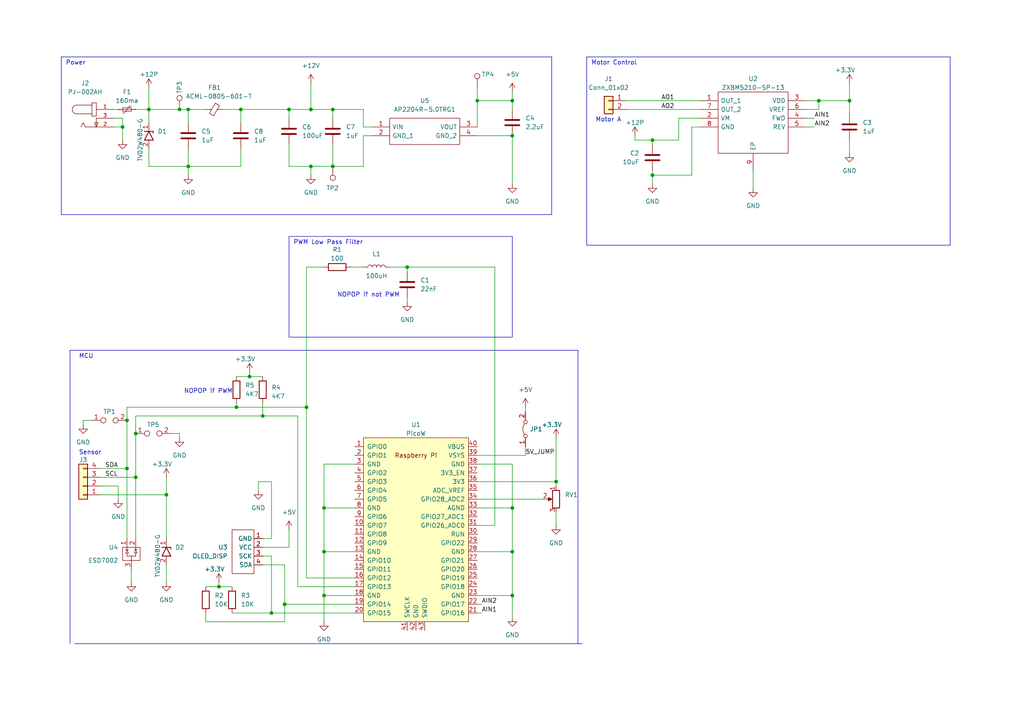
<source format=kicad_sch>
(kicad_sch (version 20230121) (generator eeschema)
  (paper "A4")
  (lib_symbols
    (symbol "Connector:TestPoint" (pin_numbers hide) (pin_names (offset 0.762) hide)
      (property "Reference" "TP" (at 0 6.858 0))
      (property "Value" "TestPoint" (at 0 5.08 0))
      (symbol "TestPoint_0_1"
        (circle (center 0 3.302) (radius 0.762))
      )
      (symbol "TestPoint_1_1"
        (pin passive line (at 0 0 90) (length 2.54) (name "1") (number "1"))
      )
    )
    (symbol "Connector:TestPoint_2Pole" (pin_names (offset 0.762) hide)
      (property "Reference" "TP" (at 0 1.524 0))
      (property "Value" "TestPoint_2Pole" (at 0 -1.778 0))
      (symbol "TestPoint_2Pole_0_1"
        (circle (center -1.778 0) (radius 0.762))
        (circle (center 1.778 0) (radius 0.762))
        (pin passive line (at -5.08 0 0) (length 2.54) (name "1") (number "1"))
        (pin passive line (at 5.08 0 180) (length 2.54) (name "2") (number "2"))
      )
    )
    (symbol "Connector_Generic:Conn_01x02" (pin_names (offset 1.016) hide)
      (property "Reference" "J" (at 0 2.54 0))
      (property "Value" "Conn_01x02" (at 0 -5.08 0))
      (symbol "Conn_01x02_1_1"
        (rectangle (start -1.27 -2.413) (end 0 -2.667) (stroke (width 0.1524)))
        (rectangle (start -1.27 0.127) (end 0 -0.127) (stroke (width 0.1524)))
        (rectangle (start -1.27 1.27) (end 1.27 -3.81) (stroke (width 0.254)) (fill (type background)))
        (pin passive line (at -5.08 0 0) (length 3.81) (name "Pin_1") (number "1"))
        (pin passive line (at -5.08 -2.54 0) (length 3.81) (name "Pin_2") (number "2"))
      )
    )
    (symbol "Connector_Generic:Conn_01x04" (pin_names (offset 1.016) hide)
      (property "Reference" "J" (at 0 5.08 0))
      (property "Value" "Conn_01x04" (at 0 -7.62 0))
      (symbol "Conn_01x04_1_1"
        (rectangle (start -1.27 -4.953) (end 0 -5.207) (stroke (width 0.1524)))
        (rectangle (start -1.27 -2.413) (end 0 -2.667) (stroke (width 0.1524)))
        (rectangle (start -1.27 0.127) (end 0 -0.127) (stroke (width 0.1524)))
        (rectangle (start -1.27 2.667) (end 0 2.413) (stroke (width 0.1524)))
        (rectangle (start -1.27 3.81) (end 1.27 -6.35) (stroke (width 0.254)) (fill (type background)))
        (pin passive line (at -5.08 2.54 0) (length 3.81) (name "Pin_1") (number "1"))
        (pin passive line (at -5.08 0 0) (length 3.81) (name "Pin_2") (number "2"))
        (pin passive line (at -5.08 -2.54 0) (length 3.81) (name "Pin_3") (number "3"))
        (pin passive line (at -5.08 -5.08 0) (length 3.81) (name "Pin_4") (number "4"))
      )
    )
    (symbol "Device:C" (pin_numbers hide) (pin_names (offset 0.254))
      (property "Reference" "C" (at 0.635 2.54 0))
      (property "Value" "C" (at 0.635 -2.54 0))
      (symbol "C_0_1"
        (polyline (pts (xy -2.032 -0.762) (xy 2.032 -0.762)) (stroke (width 0.508)))
        (polyline (pts (xy -2.032 0.762) (xy 2.032 0.762)) (stroke (width 0.508)))
      )
      (symbol "C_1_1"
        (pin passive line (at 0 3.81 270) (length 2.794) (name "~") (number "1"))
        (pin passive line (at 0 -3.81 90) (length 2.794) (name "~") (number "2"))
      )
    )
    (symbol "Device:FerriteBead_Small" (pin_numbers hide) (pin_names (offset 0))
      (property "Reference" "FB" (at 1.905 1.27 0))
      (property "Value" "FerriteBead_Small" (at 1.905 -1.27 0))
      (symbol "FerriteBead_Small_0_1"
        (polyline (pts (xy 0 -1.27) (xy 0 -0.7874)))
        (polyline (pts (xy 0 0.889) (xy 0 1.2954)))
        (polyline (pts (xy -1.8288 0.2794) (xy -1.1176 1.4986) (xy 1.8288 -0.2032) (xy 1.1176 -1.4224) (xy -1.8288 0.2794)))
      )
      (symbol "FerriteBead_Small_1_1"
        (pin passive line (at 0 2.54 270) (length 1.27) (name "~") (number "1"))
        (pin passive line (at 0 -2.54 90) (length 1.27) (name "~") (number "2"))
      )
    )
    (symbol "Device:L" (pin_numbers hide) (pin_names (offset 1.016) hide)
      (property "Reference" "L" (at -1.27 0 90))
      (property "Value" "L" (at 1.905 0 90))
      (symbol "L_0_1"
        (arc (start 0 -2.54) (mid 0.6323 -1.905) (end 0 -1.27))
        (arc (start 0 -1.27) (mid 0.6323 -0.635) (end 0 0))
        (arc (start 0 0) (mid 0.6323 0.635) (end 0 1.27))
        (arc (start 0 1.27) (mid 0.6323 1.905) (end 0 2.54))
      )
      (symbol "L_1_1"
        (pin passive line (at 0 3.81 270) (length 1.27) (name "1") (number "1"))
        (pin passive line (at 0 -3.81 90) (length 1.27) (name "2") (number "2"))
      )
    )
    (symbol "Device:Polyfuse_Small" (pin_numbers hide) (pin_names (offset 0))
      (property "Reference" "F" (at -1.905 0 90))
      (property "Value" "Polyfuse_Small" (at 1.905 0 90))
      (symbol "Polyfuse_Small_0_1"
        (rectangle (start -0.508 1.27) (end 0.508 -1.27))
        (polyline (pts (xy 0 2.54) (xy 0 -2.54)))
        (polyline (pts (xy -1.016 1.27) (xy -1.016 0.762) (xy 1.016 -0.762) (xy 1.016 -1.27)))
      )
      (symbol "Polyfuse_Small_1_1"
        (pin passive line (at 0 2.54 270) (length 0.635) (name "~") (number "1"))
        (pin passive line (at 0 -2.54 90) (length 0.635) (name "~") (number "2"))
      )
    )
    (symbol "Device:R" (pin_numbers hide) (pin_names (offset 0))
      (property "Reference" "R" (at 2.032 0 90))
      (property "Value" "R" (at 0 0 90))
      (symbol "R_0_1"
        (rectangle (start -1.016 -2.54) (end 1.016 2.54) (stroke (width 0.254)))
      )
      (symbol "R_1_1"
        (pin passive line (at 0 3.81 270) (length 1.27) (name "~") (number "1"))
        (pin passive line (at 0 -3.81 90) (length 1.27) (name "~") (number "2"))
      )
    )
    (symbol "Device:R_Potentiometer" (pin_names (offset 1.016) hide)
      (property "Reference" "RV" (at -4.445 0 90))
      (property "Value" "R_Potentiometer" (at -2.54 0 90))
      (symbol "R_Potentiometer_0_1"
        (polyline (pts (xy 2.54 0) (xy 1.524 0)))
        (polyline (pts (xy 1.143 0) (xy 2.286 0.508) (xy 2.286 -0.508) (xy 1.143 0)) (fill (type outline)))
        (rectangle (start 1.016 2.54) (end -1.016 -2.54) (stroke (width 0.254)))
      )
      (symbol "R_Potentiometer_1_1"
        (pin passive line (at 0 3.81 270) (length 1.27) (name "1") (number "1"))
        (pin passive line (at 3.81 0 180) (length 1.27) (name "2") (number "2"))
        (pin passive line (at 0 -3.81 90) (length 1.27) (name "3") (number "3"))
      )
    )
    (symbol "Jumper:Jumper_2_Bridged" (pin_names (offset 0) hide)
      (property "Reference" "JP" (at 0 1.905 0))
      (property "Value" "Jumper_2_Bridged" (at 0 -2.54 0))
      (symbol "Jumper_2_Bridged_0_0"
        (circle (center -2.032 0) (radius 0.508))
        (circle (center 2.032 0) (radius 0.508))
      )
      (symbol "Jumper_2_Bridged_0_1"
        (arc (start 1.524 0.254) (mid 0 0.762) (end -1.524 0.254))
      )
      (symbol "Jumper_2_Bridged_1_1"
        (pin passive line (at -5.08 0 0) (length 2.54) (name "A") (number "1"))
        (pin passive line (at 5.08 0 180) (length 2.54) (name "B") (number "2"))
      )
    )
    (symbol "MySymbols:AP2204R-5.0TRG1" (pin_names (offset 0.762))
      (property "Reference" "U" (at 26.67 7.62 0))
      (property "Value" "AP2204R-5.0TRG1" (at 26.67 5.08 0))
      (symbol "AP2204R-5.0TRG1_0_0"
        (pin passive line (at 0 0 0) (length 5.08) (name "VIN") (number "1"))
        (pin passive line (at 0 -2.54 0) (length 5.08) (name "GND_1") (number "2"))
        (pin passive line (at 30.48 0 180) (length 5.08) (name "VOUT") (number "3"))
        (pin passive line (at 30.48 -2.54 180) (length 5.08) (name "GND_2") (number "4"))
      )
      (symbol "AP2204R-5.0TRG1_0_1"
        (polyline (pts (xy 5.08 2.54) (xy 25.4 2.54) (xy 25.4 -5.08) (xy 5.08 -5.08) (xy 5.08 2.54)) (stroke (width 0.1524)))
      )
    )
    (symbol "MySymbols:ESD7002"
      (property "Reference" "U" (at 1.8146 0.9549 0))
      (property "Value" "ESD7002" (at 2.54 -6.35 0))
      (symbol "ESD7002_0_1"
        (polyline (pts (xy 0 -3.81) (xy 0.6155 -3.8101)))
        (polyline (pts (xy 0.0892 -1.2838) (xy 0.7047 -1.2839)))
        (polyline (pts (xy 0.6155 -3.8101) (xy 0.6155 -4.1869)))
        (polyline (pts (xy 0.7047 -1.2839) (xy 0.7047 -1.6607)))
        (polyline (pts (xy 2.54 -3.81) (xy 1.6244 -3.81)))
        (polyline (pts (xy 2.54 -2.54) (xy 2.54 -3.81)))
        (polyline (pts (xy 0.6155 -3.8101) (xy 1.6049 -3.4374) (xy 1.6067 -4.1871) (xy 0.6155 -3.8101) (xy 0.6168 -3.3411)))
        (polyline (pts (xy 0.7047 -1.2839) (xy 1.6941 -0.9112) (xy 1.6959 -1.6609) (xy 0.7047 -1.2839) (xy 0.706 -0.8149)))
        (polyline (pts (xy 3.81 -2.54) (xy 2.54 -2.54) (xy 2.54 -1.27) (xy 1.6998 -1.2699) (xy 1.7221 -1.2672)))
        (rectangle (start 0 0) (end 3.81 -5.08))
      )
      (symbol "ESD7002_1_1"
        (pin passive line (at -2.54 -1.27 0) (length 2.54) (name "") (number "1"))
        (pin passive line (at -2.54 -3.81 0) (length 2.54) (name "") (number "2"))
        (pin passive line (at 6.35 -2.54 180) (length 2.54) (name "") (number "3"))
      )
    )
    (symbol "MySymbols:OLED_DISP"
      (property "Reference" "U" (at 5.08 11.43 0))
      (property "Value" "OLED_DISP" (at 5.08 -3.81 0))
      (symbol "OLED_DISP_0_1"
        (rectangle (start 2.54 10.16) (end 8.89 -2.54))
      )
      (symbol "OLED_DISP_1_1"
        (pin power_in line (at 0 7.62 0) (length 2.54) (name "GND") (number "1"))
        (pin power_in line (at 0 5.08 0) (length 2.54) (name "VCC") (number "2"))
        (pin input line (at 0 2.54 0) (length 2.54) (name "SCK") (number "3"))
        (pin bidirectional line (at 0 0 0) (length 2.54) (name "SDA") (number "4"))
      )
    )
    (symbol "MySymbols:PJ-002AH" (pin_names (offset 1.016) hide)
      (property "Reference" "J" (at -7.62 5.08 0))
      (property "Value" "PJ-002AH" (at -7.62 -5.08 0))
      (symbol "PJ-002AH_0_0"
        (arc (start -5.715 3.81) (mid -6.9795 2.54) (end -5.715 1.27) (stroke (width 0.1524)))
        (polyline (pts (xy -5.715 3.81) (xy -1.27 3.81)) (stroke (width 0.1524)))
        (polyline (pts (xy -3.81 -1.27) (xy -4.445 -2.54)) (stroke (width 0.1524)))
        (polyline (pts (xy -3.175 -2.54) (xy -3.81 -1.27)) (stroke (width 0.1524)))
        (polyline (pts (xy -1.27 0.635) (xy 0 0.635)) (stroke (width 0.1524)))
        (polyline (pts (xy -1.27 1.27) (xy -5.715 1.27)) (stroke (width 0.1524)))
        (polyline (pts (xy -1.27 1.27) (xy -1.27 0.635)) (stroke (width 0.1524)))
        (polyline (pts (xy -1.27 3.81) (xy -1.27 1.27)) (stroke (width 0.1524)))
        (polyline (pts (xy -1.27 4.445) (xy -1.27 3.81)) (stroke (width 0.1524)))
        (polyline (pts (xy 0 -2.54) (xy -3.175 -2.54)) (stroke (width 0.1524)))
        (polyline (pts (xy 0 0) (xy 0 -2.54)) (stroke (width 0.1524)))
        (polyline (pts (xy 0 0.635) (xy 0 4.445)) (stroke (width 0.1524)))
        (polyline (pts (xy 0 4.445) (xy -1.27 4.445)) (stroke (width 0.1524)))
        (polyline (pts (xy 0 -2.54) (xy -0.508 -1.27) (xy 0.508 -1.27) (xy 0 -2.54)) (stroke (width 0.1524)) (fill (type background)))
        (pin passive line (at 5.08 2.54 180) (length 5.08) (name "~") (number "1"))
        (pin passive line (at 5.08 -2.54 180) (length 5.08) (name "~") (number "2"))
        (pin passive line (at 5.08 0 180) (length 5.08) (name "~") (number "3"))
      )
    )
    (symbol "MySymbols:TV02W480-G"
      (property "Reference" "D" (at 3.81 2.54 0))
      (property "Value" "TV02W480-G" (at 2.54 -2.54 0))
      (symbol "TV02W480-G_0_1"
        (polyline (pts (xy 3.048 1.27) (xy 2.54 1.27) (xy 2.54 -1.27)) (stroke (width 0.254)))
        (polyline (pts (xy 5.08 1.27) (xy 5.08 -1.27) (xy 2.54 0) (xy 5.08 1.27)) (stroke (width 0.254)))
      )
      (symbol "TV02W480-G_1_1"
        (pin passive line (at 0 0 0) (length 2.54) (name "") (number "1"))
        (pin passive line (at 7.62 0 180) (length 2.54) (name "") (number "2"))
      )
    )
    (symbol "MySymbols:ZXBM5210-SP-13" (pin_names (offset 0.762))
      (property "Reference" "U" (at 26.67 7.62 0))
      (property "Value" "ZXBM5210-SP-13" (at 26.67 5.08 0))
      (symbol "ZXBM5210-SP-13_0_0"
        (pin passive line (at 0 0 0) (length 5.08) (name "OUT_1") (number "1"))
        (pin passive line (at 0 -5.08 0) (length 5.08) (name "VM") (number "2"))
        (pin passive line (at 30.48 0 180) (length 5.08) (name "VDD") (number "3"))
        (pin passive line (at 30.48 -5.08 180) (length 5.08) (name "FWD") (number "4"))
        (pin passive line (at 30.48 -7.62 180) (length 5.08) (name "REV") (number "5"))
        (pin passive line (at 30.48 -2.54 180) (length 5.08) (name "VREF") (number "6"))
        (pin passive line (at 0 -2.54 0) (length 5.08) (name "OUT_2") (number "7"))
        (pin passive line (at 0 -7.62 0) (length 5.08) (name "GND") (number "8"))
        (pin passive line (at 15.24 -20.32 90) (length 5.08) (name "EP") (number "9"))
      )
      (symbol "ZXBM5210-SP-13_0_1"
        (polyline (pts (xy 5.08 2.54) (xy 25.4 2.54) (xy 25.4 -15.24) (xy 5.08 -15.24) (xy 5.08 2.54)) (stroke (width 0.1524)))
      )
    )
    (symbol "RPi_Pico:PicoW" (pin_names (offset 1.016))
      (property "Reference" "U" (at -13.97 27.94 0))
      (property "Value" "PicoW" (at 0 19.05 0))
      (symbol "PicoW_0_0"
        (text "Raspberry Pi" (at 0 21.59 0) (effects (font (size 1.27 1.27))))
      )
      (symbol "PicoW_0_1"
        (rectangle (start -15.24 26.67) (end 15.24 -26.67) (fill (type background)))
      )
      (symbol "PicoW_1_1"
        (pin bidirectional line (at -17.78 24.13 0) (length 2.54) (name "GPIO0") (number "1"))
        (pin bidirectional line (at -17.78 1.27 0) (length 2.54) (name "GPIO7") (number "10"))
        (pin bidirectional line (at -17.78 -1.27 0) (length 2.54) (name "GPIO8") (number "11"))
        (pin bidirectional line (at -17.78 -3.81 0) (length 2.54) (name "GPIO9") (number "12"))
        (pin power_in line (at -17.78 -6.35 0) (length 2.54) (name "GND") (number "13"))
        (pin bidirectional line (at -17.78 -8.89 0) (length 2.54) (name "GPIO10") (number "14"))
        (pin bidirectional line (at -17.78 -11.43 0) (length 2.54) (name "GPIO11") (number "15"))
        (pin bidirectional line (at -17.78 -13.97 0) (length 2.54) (name "GPIO12") (number "16"))
        (pin bidirectional line (at -17.78 -16.51 0) (length 2.54) (name "GPIO13") (number "17"))
        (pin power_in line (at -17.78 -19.05 0) (length 2.54) (name "GND") (number "18"))
        (pin bidirectional line (at -17.78 -21.59 0) (length 2.54) (name "GPIO14") (number "19"))
        (pin bidirectional line (at -17.78 21.59 0) (length 2.54) (name "GPIO1") (number "2"))
        (pin bidirectional line (at -17.78 -24.13 0) (length 2.54) (name "GPIO15") (number "20"))
        (pin bidirectional line (at 17.78 -24.13 180) (length 2.54) (name "GPIO16") (number "21"))
        (pin bidirectional line (at 17.78 -21.59 180) (length 2.54) (name "GPIO17") (number "22"))
        (pin power_in line (at 17.78 -19.05 180) (length 2.54) (name "GND") (number "23"))
        (pin bidirectional line (at 17.78 -16.51 180) (length 2.54) (name "GPIO18") (number "24"))
        (pin bidirectional line (at 17.78 -13.97 180) (length 2.54) (name "GPIO19") (number "25"))
        (pin bidirectional line (at 17.78 -11.43 180) (length 2.54) (name "GPIO20") (number "26"))
        (pin bidirectional line (at 17.78 -8.89 180) (length 2.54) (name "GPIO21") (number "27"))
        (pin power_in line (at 17.78 -6.35 180) (length 2.54) (name "GND") (number "28"))
        (pin bidirectional line (at 17.78 -3.81 180) (length 2.54) (name "GPIO22") (number "29"))
        (pin power_in line (at -17.78 19.05 0) (length 2.54) (name "GND") (number "3"))
        (pin input line (at 17.78 -1.27 180) (length 2.54) (name "RUN") (number "30"))
        (pin bidirectional line (at 17.78 1.27 180) (length 2.54) (name "GPIO26_ADC0") (number "31"))
        (pin bidirectional line (at 17.78 3.81 180) (length 2.54) (name "GPIO27_ADC1") (number "32"))
        (pin power_in line (at 17.78 6.35 180) (length 2.54) (name "AGND") (number "33"))
        (pin bidirectional line (at 17.78 8.89 180) (length 2.54) (name "GPIO28_ADC2") (number "34"))
        (pin unspecified line (at 17.78 11.43 180) (length 2.54) (name "ADC_VREF") (number "35"))
        (pin unspecified line (at 17.78 13.97 180) (length 2.54) (name "3V3") (number "36"))
        (pin input line (at 17.78 16.51 180) (length 2.54) (name "3V3_EN") (number "37"))
        (pin bidirectional line (at 17.78 19.05 180) (length 2.54) (name "GND") (number "38"))
        (pin unspecified line (at 17.78 21.59 180) (length 2.54) (name "VSYS") (number "39"))
        (pin bidirectional line (at -17.78 16.51 0) (length 2.54) (name "GPIO2") (number "4"))
        (pin unspecified line (at 17.78 24.13 180) (length 2.54) (name "VBUS") (number "40"))
        (pin input line (at -2.54 -29.21 90) (length 2.54) (name "SWCLK") (number "41"))
        (pin power_in line (at 0 -29.21 90) (length 2.54) (name "GND") (number "42"))
        (pin bidirectional line (at 2.54 -29.21 90) (length 2.54) (name "SWDIO") (number "43"))
        (pin bidirectional line (at -17.78 13.97 0) (length 2.54) (name "GPIO3") (number "5"))
        (pin bidirectional line (at -17.78 11.43 0) (length 2.54) (name "GPIO4") (number "6"))
        (pin bidirectional line (at -17.78 8.89 0) (length 2.54) (name "GPIO5") (number "7"))
        (pin power_in line (at -17.78 6.35 0) (length 2.54) (name "GND") (number "8"))
        (pin bidirectional line (at -17.78 3.81 0) (length 2.54) (name "GPIO6") (number "9"))
      )
    )
    (symbol "power:+12P" (power) (pin_names (offset 0))
      (property "Value" "+12P" (at 0 3.556 0))
      (symbol "+12P_0_1"
        (polyline (pts (xy -0.762 1.27) (xy 0 2.54)))
        (polyline (pts (xy 0 0) (xy 0 2.54)))
        (polyline (pts (xy 0 2.54) (xy 0.762 1.27)))
      )
      (symbol "+12P_1_1"
        (pin power_in line (at 0 0 90) (length 0) hide (name "+12P") (number "1"))
      )
    )
    (symbol "power:+12V" (power) (pin_names (offset 0))
      (property "Value" "+12V" (at 0 3.556 0))
      (symbol "+12V_0_1"
        (polyline (pts (xy -0.762 1.27) (xy 0 2.54)))
        (polyline (pts (xy 0 0) (xy 0 2.54)))
        (polyline (pts (xy 0 2.54) (xy 0.762 1.27)))
      )
      (symbol "+12V_1_1"
        (pin power_in line (at 0 0 90) (length 0) hide (name "+12V") (number "1"))
      )
    )
    (symbol "power:+3.3V" (power) (pin_names (offset 0))
      (property "Value" "+3.3V" (at 0 3.556 0))
      (symbol "+3.3V_0_1"
        (polyline (pts (xy -0.762 1.27) (xy 0 2.54)))
        (polyline (pts (xy 0 0) (xy 0 2.54)))
        (polyline (pts (xy 0 2.54) (xy 0.762 1.27)))
      )
      (symbol "+3.3V_1_1"
        (pin power_in line (at 0 0 90) (length 0) hide (name "+3.3V") (number "1"))
      )
    )
    (symbol "power:+5V" (power) (pin_names (offset 0))
      (property "Value" "+5V" (at 0 3.556 0))
      (symbol "+5V_0_1"
        (polyline (pts (xy -0.762 1.27) (xy 0 2.54)))
        (polyline (pts (xy 0 0) (xy 0 2.54)))
        (polyline (pts (xy 0 2.54) (xy 0.762 1.27)))
      )
      (symbol "+5V_1_1"
        (pin power_in line (at 0 0 90) (length 0) hide (name "+5V") (number "1"))
      )
    )
    (symbol "power:GND" (power) (pin_names (offset 0))
      (property "Value" "GND" (at 0 -3.81 0))
      (symbol "GND_0_1"
        (polyline (pts (xy 0 0) (xy 0 -1.27) (xy 1.27 -1.27) (xy 0 -2.54) (xy -1.27 -1.27) (xy 0 -1.27)))
      )
      (symbol "GND_1_1"
        (pin power_in line (at 0 0 270) (length 0) hide (name "GND") (number "1"))
      )
    )
  )
  (junction (at 96.52 48.26))
  (junction (at 118.11 77.47))
  (junction (at 39.37 138.43))
  (junction (at 82.55 175.26))
  (junction (at 76.2 120.65))
  (junction (at 83.82 31.75))
  (junction (at 63.5 170.18))
  (junction (at 68.58 118.11))
  (junction (at 72.39 109.22))
  (junction (at 78.74 177.8))
  (junction (at 96.52 31.75))
  (junction (at 161.29 139.7))
  (junction (at 148.59 29.21))
  (junction (at 93.98 172.72))
  (junction (at 52.07 31.75))
  (junction (at 148.59 160.02))
  (junction (at 48.26 143.51))
  (junction (at 54.61 31.75))
  (junction (at 39.37 125.73))
  (junction (at 148.59 172.72))
  (junction (at 54.61 48.26))
  (junction (at 138.43 29.21))
  (junction (at 148.59 147.32))
  (junction (at 88.9 118.11))
  (junction (at 93.98 147.32))
  (junction (at 189.23 50.8))
  (junction (at 36.83 121.92))
  (junction (at 35.56 36.83))
  (junction (at 36.83 135.89))
  (junction (at 189.23 40.64))
  (junction (at 90.17 31.75))
  (junction (at 93.98 160.02))
  (junction (at 246.38 29.21))
  (junction (at 69.85 31.75))
  (junction (at 43.18 31.75))
  (junction (at 148.59 39.37))
  (junction (at 90.17 48.26))
  (junction (at 237.49 29.21))
  (wire (pts (xy 102.87 147.32) (xy 93.98 147.32)))
  (wire (pts (xy 69.85 31.75) (xy 69.85 35.56)))
  (wire (pts (xy 107.95 39.37) (xy 105.41 39.37)))
  (wire (pts (xy 76.2 163.83) (xy 82.55 163.83)))
  (wire (pts (xy 96.52 48.26) (xy 105.41 48.26)))
  (polyline (pts (xy 160.02 62.23) (xy 17.78 62.23)))
  (wire (pts (xy 105.41 36.83) (xy 107.95 36.83)))
  (wire (pts (xy 68.58 116.84) (xy 68.58 118.11)))
  (wire (pts (xy 200.66 50.8) (xy 189.23 50.8)))
  (wire (pts (xy 237.49 31.75) (xy 237.49 29.21)))
  (wire (pts (xy 152.4 118.11) (xy 152.4 119.38)))
  (wire (pts (xy 148.59 160.02) (xy 148.59 172.72)))
  (wire (pts (xy 139.7 177.8) (xy 138.43 177.8)))
  (polyline (pts (xy 20.32 101.6) (xy 167.64 101.6)))
  (wire (pts (xy 161.29 148.59) (xy 161.29 152.4)))
  (wire (pts (xy 82.55 180.34) (xy 82.55 175.26)))
  (wire (pts (xy 83.82 158.75) (xy 83.82 153.67)))
  (wire (pts (xy 105.41 39.37) (xy 105.41 48.26)))
  (wire (pts (xy 29.21 138.43) (xy 39.37 138.43)))
  (wire (pts (xy 90.17 31.75) (xy 96.52 31.75)))
  (wire (pts (xy 189.23 50.8) (xy 189.23 53.34)))
  (wire (pts (xy 152.4 129.54) (xy 152.4 132.08)))
  (wire (pts (xy 237.49 29.21) (xy 246.38 29.21)))
  (wire (pts (xy 148.59 29.21) (xy 148.59 31.75)))
  (wire (pts (xy 76.2 158.75) (xy 83.82 158.75)))
  (wire (pts (xy 138.43 25.4) (xy 138.43 29.21)))
  (wire (pts (xy 88.9 77.47) (xy 88.9 118.11)))
  (wire (pts (xy 54.61 43.18) (xy 54.61 48.26)))
  (wire (pts (xy 49.53 125.73) (xy 52.07 125.73)))
  (wire (pts (xy 96.52 31.75) (xy 105.41 31.75)))
  (wire (pts (xy 184.15 40.64) (xy 184.15 39.37)))
  (wire (pts (xy 34.29 140.97) (xy 34.29 144.78)))
  (wire (pts (xy 43.18 43.18) (xy 43.18 48.26)))
  (wire (pts (xy 233.68 29.21) (xy 237.49 29.21)))
  (wire (pts (xy 63.5 170.18) (xy 63.5 168.91)))
  (wire (pts (xy 39.37 156.21) (xy 39.37 138.43)))
  (wire (pts (xy 90.17 48.26) (xy 90.17 50.8)))
  (wire (pts (xy 148.59 172.72) (xy 148.59 179.07)))
  (wire (pts (xy 38.1 165.1) (xy 38.1 168.91)))
  (wire (pts (xy 93.98 160.02) (xy 93.98 172.72)))
  (polyline (pts (xy 21.59 186.69) (xy 168.91 186.69)))
  (wire (pts (xy 83.82 41.91) (xy 83.82 48.26)))
  (wire (pts (xy 148.59 26.67) (xy 148.59 29.21)))
  (wire (pts (xy 189.23 40.64) (xy 196.85 40.64)))
  (wire (pts (xy 59.69 170.18) (xy 63.5 170.18)))
  (wire (pts (xy 39.37 120.65) (xy 76.2 120.65)))
  (polyline (pts (xy 20.32 101.6) (xy 20.32 186.69)))
  (wire (pts (xy 24.13 121.92) (xy 24.13 123.19)))
  (wire (pts (xy 72.39 109.22) (xy 76.2 109.22)))
  (wire (pts (xy 101.6 77.47) (xy 105.41 77.47)))
  (wire (pts (xy 203.2 34.29) (xy 196.85 34.29)))
  (wire (pts (xy 102.87 134.62) (xy 93.98 134.62)))
  (wire (pts (xy 138.43 39.37) (xy 148.59 39.37)))
  (wire (pts (xy 102.87 172.72) (xy 93.98 172.72)))
  (wire (pts (xy 54.61 31.75) (xy 59.69 31.75)))
  (wire (pts (xy 102.87 170.18) (xy 86.36 170.18)))
  (polyline (pts (xy 170.18 16.51) (xy 170.18 71.12)))
  (polyline (pts (xy 167.64 186.69) (xy 167.64 101.6)))
  (wire (pts (xy 59.69 180.34) (xy 82.55 180.34)))
  (wire (pts (xy 246.38 24.13) (xy 246.38 29.21)))
  (wire (pts (xy 52.07 125.73) (xy 52.07 127)))
  (wire (pts (xy 148.59 134.62) (xy 148.59 147.32)))
  (wire (pts (xy 113.03 77.47) (xy 118.11 77.47)))
  (wire (pts (xy 48.26 143.51) (xy 48.26 156.21)))
  (wire (pts (xy 83.82 48.26) (xy 90.17 48.26)))
  (wire (pts (xy 181.61 29.21) (xy 203.2 29.21)))
  (wire (pts (xy 138.43 29.21) (xy 148.59 29.21)))
  (wire (pts (xy 39.37 125.73) (xy 39.37 138.43)))
  (wire (pts (xy 59.69 177.8) (xy 59.69 180.34)))
  (wire (pts (xy 36.83 118.11) (xy 68.58 118.11)))
  (wire (pts (xy 35.56 40.64) (xy 35.56 36.83)))
  (wire (pts (xy 54.61 48.26) (xy 69.85 48.26)))
  (wire (pts (xy 78.74 177.8) (xy 102.87 177.8)))
  (wire (pts (xy 90.17 24.13) (xy 90.17 31.75)))
  (wire (pts (xy 93.98 77.47) (xy 88.9 77.47)))
  (wire (pts (xy 78.74 161.29) (xy 76.2 161.29)))
  (wire (pts (xy 43.18 48.26) (xy 54.61 48.26)))
  (wire (pts (xy 35.56 34.29) (xy 33.02 34.29)))
  (wire (pts (xy 78.74 156.21) (xy 76.2 156.21)))
  (wire (pts (xy 63.5 170.18) (xy 67.31 170.18)))
  (wire (pts (xy 143.51 77.47) (xy 143.51 152.4)))
  (wire (pts (xy 233.68 31.75) (xy 237.49 31.75)))
  (wire (pts (xy 68.58 109.22) (xy 72.39 109.22)))
  (wire (pts (xy 43.18 31.75) (xy 52.07 31.75)))
  (wire (pts (xy 236.22 36.83) (xy 233.68 36.83)))
  (polyline (pts (xy 170.18 16.51) (xy 275.59 16.51)))
  (polyline (pts (xy 160.02 16.51) (xy 160.02 62.23)))
  (wire (pts (xy 83.82 31.75) (xy 90.17 31.75)))
  (wire (pts (xy 64.77 31.75) (xy 69.85 31.75)))
  (wire (pts (xy 48.26 138.43) (xy 48.26 143.51)))
  (wire (pts (xy 118.11 86.36) (xy 118.11 87.63)))
  (wire (pts (xy 33.02 36.83) (xy 35.56 36.83)))
  (wire (pts (xy 26.67 121.92) (xy 24.13 121.92)))
  (wire (pts (xy 78.74 161.29) (xy 78.74 177.8)))
  (wire (pts (xy 203.2 36.83) (xy 200.66 36.83)))
  (wire (pts (xy 161.29 139.7) (xy 161.29 140.97)))
  (wire (pts (xy 48.26 163.83) (xy 48.26 168.91)))
  (wire (pts (xy 138.43 144.78) (xy 157.48 144.78)))
  (wire (pts (xy 68.58 118.11) (xy 88.9 118.11)))
  (wire (pts (xy 29.21 143.51) (xy 48.26 143.51)))
  (wire (pts (xy 148.59 39.37) (xy 148.59 53.34)))
  (wire (pts (xy 69.85 43.18) (xy 69.85 48.26)))
  (wire (pts (xy 181.61 31.75) (xy 203.2 31.75)))
  (wire (pts (xy 246.38 29.21) (xy 246.38 33.02)))
  (wire (pts (xy 93.98 147.32) (xy 93.98 160.02)))
  (wire (pts (xy 118.11 77.47) (xy 118.11 78.74)))
  (wire (pts (xy 138.43 36.83) (xy 138.43 29.21)))
  (wire (pts (xy 69.85 31.75) (xy 83.82 31.75)))
  (wire (pts (xy 236.22 34.29) (xy 233.68 34.29)))
  (polyline (pts (xy 275.59 71.12) (xy 275.59 16.51)))
  (wire (pts (xy 189.23 40.64) (xy 184.15 40.64)))
  (wire (pts (xy 82.55 175.26) (xy 82.55 163.83)))
  (wire (pts (xy 93.98 172.72) (xy 93.98 180.34)))
  (wire (pts (xy 138.43 147.32) (xy 148.59 147.32)))
  (wire (pts (xy 82.55 175.26) (xy 102.87 175.26)))
  (wire (pts (xy 54.61 48.26) (xy 54.61 50.8)))
  (wire (pts (xy 36.83 121.92) (xy 36.83 135.89)))
  (wire (pts (xy 148.59 147.32) (xy 148.59 160.02)))
  (wire (pts (xy 88.9 167.64) (xy 88.9 118.11)))
  (polyline (pts (xy 17.78 16.51) (xy 160.02 16.51)))
  (wire (pts (xy 138.43 160.02) (xy 148.59 160.02)))
  (wire (pts (xy 139.7 175.26) (xy 138.43 175.26)))
  (wire (pts (xy 138.43 139.7) (xy 161.29 139.7)))
  (wire (pts (xy 138.43 152.4) (xy 143.51 152.4)))
  (polyline (pts (xy 17.78 16.51) (xy 17.78 62.23)))
  (wire (pts (xy 196.85 34.29) (xy 196.85 40.64)))
  (wire (pts (xy 189.23 49.53) (xy 189.23 50.8)))
  (wire (pts (xy 200.66 36.83) (xy 200.66 50.8)))
  (wire (pts (xy 54.61 31.75) (xy 54.61 35.56)))
  (wire (pts (xy 105.41 31.75) (xy 105.41 36.83)))
  (polyline (pts (xy 170.18 71.12) (xy 275.59 71.12)))
  (wire (pts (xy 118.11 77.47) (xy 143.51 77.47)))
  (wire (pts (xy 39.37 120.65) (xy 39.37 125.73)))
  (wire (pts (xy 36.83 135.89) (xy 36.83 156.21)))
  (wire (pts (xy 93.98 134.62) (xy 93.98 147.32)))
  (wire (pts (xy 102.87 167.64) (xy 88.9 167.64)))
  (wire (pts (xy 34.29 140.97) (xy 29.21 140.97)))
  (wire (pts (xy 189.23 40.64) (xy 189.23 41.91)))
  (wire (pts (xy 43.18 31.75) (xy 43.18 35.56)))
  (wire (pts (xy 76.2 116.84) (xy 76.2 120.65)))
  (wire (pts (xy 78.74 139.7) (xy 78.74 156.21)))
  (wire (pts (xy 36.83 135.89) (xy 29.21 135.89)))
  (wire (pts (xy 102.87 160.02) (xy 93.98 160.02)))
  (wire (pts (xy 74.93 139.7) (xy 78.74 139.7)))
  (wire (pts (xy 86.36 170.18) (xy 86.36 120.65)))
  (wire (pts (xy 36.83 118.11) (xy 36.83 121.92)))
  (wire (pts (xy 218.44 49.53) (xy 218.44 54.61)))
  (wire (pts (xy 90.17 48.26) (xy 96.52 48.26)))
  (wire (pts (xy 35.56 36.83) (xy 35.56 34.29)))
  (wire (pts (xy 72.39 109.22) (xy 72.39 107.95)))
  (wire (pts (xy 33.02 31.75) (xy 34.29 31.75)))
  (wire (pts (xy 86.36 120.65) (xy 76.2 120.65)))
  (wire (pts (xy 74.93 142.24) (xy 74.93 139.7)))
  (wire (pts (xy 161.29 139.7) (xy 161.29 127)))
  (wire (pts (xy 96.52 41.91) (xy 96.52 48.26)))
  (wire (pts (xy 138.43 134.62) (xy 148.59 134.62)))
  (wire (pts (xy 52.07 31.75) (xy 54.61 31.75)))
  (wire (pts (xy 246.38 40.64) (xy 246.38 44.45)))
  (wire (pts (xy 138.43 172.72) (xy 148.59 172.72)))
  (wire (pts (xy 138.43 132.08) (xy 152.4 132.08)))
  (wire (pts (xy 96.52 31.75) (xy 96.52 34.29)))
  (wire (pts (xy 67.31 177.8) (xy 78.74 177.8)))
  (wire (pts (xy 83.82 31.75) (xy 83.82 34.29)))
  (wire (pts (xy 43.18 25.4) (xy 43.18 31.75)))
  (wire (pts (xy 39.37 31.75) (xy 43.18 31.75)))
  (rectangle (start 83.82 68.58) (end 148.59 97.79))
  (text "Sensor" (at 22.86 132.08 0) (effects (font (size 1.27 1.27)) (justify left bottom)))
  (text "Motor Control" (at 171.45 19.05 0) (effects (font (size 1.27 1.27)) (justify left bottom)))
  (text "MCU" (at 22.86 104.14 0) (effects (font (size 1.27 1.27)) (justify left bottom)))
  (text "Power" (at 19.05 19.05 0) (effects (font (size 1.27 1.27)) (justify left bottom)))
  (text "NOPOP if not PWM" (at 97.79 86.36 0) (effects (font (size 1.27 1.27)) (justify left bottom)))
  (text "PWM Low Pass Filter" (at 85.09 71.12 0) (effects (font (size 1.27 1.27)) (justify left bottom)))
  (text "Motor A" (at 172.72 35.56 0) (effects (font (size 1.27 1.27)) (justify left bottom)))
  (text "NOPOP if PWM" (at 53.34 114.3 0) (effects (font (size 1.27 1.27)) (justify left bottom)))
  (label "5V_JUMP" (at 152.4 132.08 0))
  (label "AIN1" (at 139.7 177.8 0))
  (label "SCL" (at 30.48 138.43 0))
  (label "SDA" (at 30.48 135.89 0))
  (label "AO2" (at 191.77 31.75 0))
  (label "AIN2" (at 139.7 175.26 0))
  (label "AO1" (at 191.77 29.21 0))
  (label "AIN2" (at 236.22 36.83 0))
  (label "AIN1" (at 236.22 34.29 0))
  (symbol (lib_id "Connector:TestPoint") (at 96.52 48.26 180) (unit 1)
    (property "Reference" "TP2" (at 98.2784 54.5485 0) (effects (justify left)))
    (property "Value" "TestPoint" (effects hide))
    (property "Footprint" "TestPoint:TestPoint_2Pads_Pitch5.08mm_Drill1.3mm" (effects hide))
  )
  (symbol (lib_id "power:GND") (at 24.13 123.19 0) (unit 1)
    (property "Reference" "#PWR022" (effects hide))
    (property "Value" "GND" (at 24.13 128.27 0))
  )
  (symbol (lib_id "power:GND") (at 38.1 168.91 0) (unit 1)
    (property "Reference" "#PWR015" (effects hide))
    (property "Value" "GND" (at 38.1 173.99 0))
  )
  (symbol (lib_id "Device:FerriteBead_Small") (at 62.23 31.75 90) (unit 1)
    (property "Reference" "FB1" (at 62.23 25.4 90))
    (property "Value" "ACML-0805-601-T" (at 63.5 27.94 90))
    (property "Footprint" "Resistor_SMD:R_0805_2012Metric_Pad1.20x1.40mm_HandSolder" (effects hide))
    (property "Datasheet" "https://abracon.com/Magnetics/new/ACML-0805.pdf" (effects hide))
  )
  (symbol (lib_id "power:GND") (at 74.93 142.24 0) (mirror y) (unit 1)
    (property "Reference" "#PWR014" (effects hide))
    (property "Value" "GND" (at 74.93 147.32 0))
  )
  (symbol (lib_id "Device:R") (at 59.69 173.99 0) (unit 1)
    (property "Reference" "R2" (at 62.23 172.7199 0) (effects (justify left)))
    (property "Value" "10K" (at 62.23 175.2599 0) (effects (justify left)))
    (property "Footprint" "Resistor_SMD:R_0805_2012Metric_Pad1.20x1.40mm_HandSolder" (effects hide))
  )
  (symbol (lib_id "Device:C") (at 246.38 36.83 180) (unit 1)
    (property "Reference" "C3" (at 250.19 35.56 0) (effects (justify right)))
    (property "Value" "1uF" (at 250.19 38.1 0) (effects (justify right)))
    (property "Footprint" "Capacitor_SMD:C_0805_2012Metric_Pad1.18x1.45mm_HandSolder" (effects hide))
  )
  (symbol (lib_id "power:GND") (at 48.26 168.91 0) (unit 1)
    (property "Reference" "#PWR09" (effects hide))
    (property "Value" "GND" (at 48.26 173.99 0))
  )
  (symbol (lib_id "power:GND") (at 34.29 144.78 0) (unit 1)
    (property "Reference" "#PWR017" (effects hide))
    (property "Value" "GND" (at 34.29 149.86 0))
  )
  (symbol (lib_id "Device:C") (at 118.11 82.55 180) (unit 1)
    (property "Reference" "C1" (at 121.92 81.28 0) (effects (justify right)))
    (property "Value" "22nF" (at 121.92 83.82 0) (effects (justify right)))
    (property "Footprint" "Capacitor_SMD:C_0805_2012Metric_Pad1.18x1.45mm_HandSolder" (effects hide))
  )
  (symbol (lib_id "power:+12P") (at 43.18 25.4 0) (unit 1)
    (property "Reference" "#PWR019" (effects hide))
    (property "Value" "+12P" (at 43.18 21.59 0))
  )
  (symbol (lib_id "Connector_Generic:Conn_01x02") (at 176.53 29.21 0) (mirror y) (unit 1)
    (property "Reference" "J1" (at 176.53 22.86 0))
    (property "Value" "Conn_01x02" (at 176.53 25.4 0))
    (property "Footprint" "Library:CONN 1x2 5mm" (effects hide))
  )
  (symbol (lib_id "power:GND") (at 93.98 180.34 0) (unit 1)
    (property "Reference" "#PWR016" (effects hide))
    (property "Value" "GND" (at 93.98 185.42 0))
  )
  (symbol (lib_id "Connector:TestPoint_2Pole") (at 44.45 125.73 0) (unit 1)
    (property "Reference" "TP5" (at 44.45 123.19 0))
    (property "Value" "TestPoint_2Pole" (effects hide))
    (property "Footprint" "TestPoint:TestPoint_2Pads_Pitch5.08mm_Drill1.3mm" (effects hide))
  )
  (symbol (lib_id "Device:L") (at 109.22 77.47 90) (unit 1)
    (property "Reference" "L1" (at 109.22 73.66 90))
    (property "Value" "100uH" (at 109.22 80.01 90))
    (property "Footprint" "Inductor_SMD:L_0805_2012Metric_Pad1.05x1.20mm_HandSolder" (effects hide))
  )
  (symbol (lib_id "Device:R_Potentiometer") (at 161.29 144.78 0) (mirror y) (unit 1)
    (property "Reference" "RV1" (at 163.83 143.5099 0) (effects (justify right)))
    (property "Value" "R_Potentiometer" (effects hide))
    (property "Footprint" "Potentiometer_THT:Potentiometer_Bourns_3266Y_Vertical" (effects hide))
  )
  (symbol (lib_id "Device:C") (at 83.82 38.1 180) (unit 1)
    (property "Reference" "C6" (at 87.63 36.8299 0) (effects (justify right)))
    (property "Value" "100uF" (at 87.63 39.3699 0) (effects (justify right)))
    (property "Footprint" "Library:UUA1C101MCL1GS" (effects hide))
  )
  (symbol (lib_id "MySymbols:PJ-002AH") (at 27.94 34.29 0) (unit 1)
    (property "Reference" "J2" (at 24.7015 24.13 0))
    (property "Value" "PJ-002AH" (at 24.7015 26.67 0))
    (property "Footprint" "Library:CUI_PJ-002AH" (effects hide))
    (property "STANDARD" "Manufacturer recommendations" (effects hide))
    (property "MANUFACTURER" "CUI INC" (effects hide))
  )
  (symbol (lib_id "MySymbols:ESD7002") (at 35.56 158.75 90) (mirror x) (unit 1)
    (property "Reference" "U4" (at 34.29 158.75 90) (effects (justify left)))
    (property "Value" "ESD7002" (at 34.29 162.56 90) (effects (justify left)))
    (property "Footprint" "Package_TO_SOT_SMD:SOT-323_SC-70" (effects hide))
    (property "Datasheet" "https://www.onsemi.com/pdf/datasheet/esd7002-d.pdf" (effects hide))
  )
  (symbol (lib_id "MySymbols:TV02W480-G") (at 48.26 156.21 270) (unit 1)
    (property "Reference" "D2" (at 50.8 158.7499 90) (effects (justify left)))
    (property "Value" "TV02W480-G" (at 45.72 154.94 0) (effects (justify left)))
    (property "Footprint" "Diode_SMD:D_SOD-123" (effects hide))
    (property "Datasheet" "https://www.comchiptech.com/admin/files/product/TV02W-G%20series%20RevE.pdf" (effects hide))
  )
  (symbol (lib_id "Device:C") (at 96.52 38.1 180) (unit 1)
    (property "Reference" "C7" (at 100.33 36.83 0) (effects (justify right)))
    (property "Value" "1uF" (at 100.33 39.37 0) (effects (justify right)))
    (property "Footprint" "Capacitor_SMD:C_0805_2012Metric_Pad1.18x1.45mm_HandSolder" (effects hide))
  )
  (symbol (lib_id "power:+5V") (at 83.82 153.67 0) (mirror y) (unit 1)
    (property "Reference" "#PWR04" (effects hide))
    (property "Value" "+5V" (at 83.82 148.59 0))
  )
  (symbol (lib_id "Device:C") (at 69.85 39.37 180) (unit 1)
    (property "Reference" "C8" (at 73.66 38.1 0) (effects (justify right)))
    (property "Value" "1uF" (at 73.66 40.64 0) (effects (justify right)))
    (property "Footprint" "Capacitor_SMD:C_0805_2012Metric_Pad1.18x1.45mm_HandSolder" (effects hide))
  )
  (symbol (lib_id "Device:Polyfuse_Small") (at 36.83 31.75 90) (unit 1)
    (property "Reference" "F1" (at 36.83 26.67 90))
    (property "Value" "160ma" (at 36.83 29.21 90))
    (property "Footprint" "Fuse:Fuse_1210_3225Metric_Pad1.42x2.65mm_HandSolder" (effects hide))
  )
  (symbol (lib_id "power:GND") (at 246.38 44.45 0) (unit 1)
    (property "Reference" "#PWR013" (effects hide))
    (property "Value" "GND" (at 246.38 49.53 0))
  )
  (symbol (lib_id "Jumper:Jumper_2_Bridged") (at 152.4 124.46 90) (unit 1)
    (property "Reference" "JP1" (at 153.67 124.4599 90) (effects (justify right)))
    (property "Value" "Jumper_2_Bridged" (effects hide))
    (property "Footprint" "Connector_PinHeader_2.54mm:PinHeader_1x02_P2.54mm_Vertical" (effects hide))
  )
  (symbol (lib_id "power:+3.3V") (at 48.26 138.43 0) (unit 1)
    (property "Reference" "#PWR0103" (effects hide))
    (property "Value" "+3.3V" (at 46.99 134.62 0))
  )
  (symbol (lib_id "power:GND") (at 148.59 53.34 0) (unit 1)
    (property "Reference" "#PWR07" (effects hide))
    (property "Value" "GND" (at 148.59 58.42 0))
  )
  (symbol (lib_id "power:+5V") (at 152.4 118.11 0) (unit 1)
    (property "Reference" "#PWR0104" (effects hide))
    (property "Value" "+5V" (at 152.4 113.03 0))
  )
  (symbol (lib_id "MySymbols:ZXBM5210-SP-13") (at 203.2 29.21 0) (unit 1)
    (property "Reference" "U2" (at 218.44 22.86 0))
    (property "Value" "ZXBM5210-SP-13" (at 218.44 25.4 0))
    (property "Footprint" "Package_SO:SOIC-8-1EP_3.9x4.9mm_P1.27mm_EP2.41x3.81mm" (effects hide))
    (property "Datasheet" "https://www.diodes.com/assets/Datasheets/ZXBM5210.pdf" (effects hide))
    (property "Description" "Motor / Motion / Ignition Controllers & Drivers Reversible DC Drive 0.85mA" (effects hide))
    (property "Height" "1.5" (effects hide))
    (property "Manufacturer_Name" "Diodes Inc." (effects hide))
    (property "Manufacturer_Part_Number" "ZXBM5210-SP-13" (effects hide))
    (property "Mouser Part Number" "621-ZXBM5210-SP-13" (effects hide))
    (property "Mouser Price/Stock" "https://www.mouser.co.uk/ProductDetail/Diodes-Incorporated/ZXBM5210-SP-13?qs=98WN%2FnWUQiQYAgSBGLkvdw%3D%3D" (effects hide))
    (property "Arrow Part Number" "ZXBM5210-SP-13" (effects hide))
    (property "Arrow Price/Stock" "https://www.arrow.com/en/products/zxbm5210-sp-13/diodes-incorporated?region=nac" (effects hide))
  )
  (symbol (lib_id "Connector:TestPoint") (at 52.07 31.75 0) (unit 1)
    (property "Reference" "TP3" (at 52.07 25.4 90))
    (property "Value" "TestPoint" (effects hide))
    (property "Footprint" "TestPoint:TestPoint_Loop_D1.80mm_Drill1.0mm_Beaded" (effects hide))
  )
  (symbol (lib_id "power:+12P") (at 184.15 39.37 0) (mirror y) (unit 1)
    (property "Reference" "#PWR010" (effects hide))
    (property "Value" "+12P" (at 184.15 35.56 0))
  )
  (symbol (lib_id "MySymbols:TV02W480-G") (at 43.18 35.56 270) (unit 1)
    (property "Reference" "D1" (at 45.72 38.0999 90) (effects (justify left)))
    (property "Value" "TV02W480-G" (at 40.64 34.29 0) (effects (justify left)))
    (property "Footprint" "Diode_SMD:D_SOD-123" (effects hide))
    (property "Datasheet" "https://www.comchiptech.com/admin/files/product/TV02W-G%20series%20RevE.pdf" (effects hide))
  )
  (symbol (lib_id "power:GND") (at 218.44 54.61 0) (unit 1)
    (property "Reference" "#PWR08" (effects hide))
    (property "Value" "GND" (at 218.44 59.69 0))
  )
  (symbol (lib_id "power:GND") (at 148.59 179.07 0) (unit 1)
    (property "Reference" "#PWR0101" (effects hide))
    (property "Value" "GND" (at 148.59 184.15 0))
  )
  (symbol (lib_id "power:GND") (at 90.17 50.8 0) (unit 1)
    (property "Reference" "#PWR0106" (effects hide))
    (property "Value" "GND" (at 90.17 55.88 0))
  )
  (symbol (lib_id "power:+12V") (at 90.17 24.13 0) (unit 1)
    (property "Reference" "#PWR03" (effects hide))
    (property "Value" "+12V" (at 90.17 19.05 0))
  )
  (symbol (lib_id "power:+3.3V") (at 246.38 24.13 0) (unit 1)
    (property "Reference" "#PWR012" (effects hide))
    (property "Value" "+3.3V" (at 245.11 20.32 0))
  )
  (symbol (lib_id "power:GND") (at 161.29 152.4 0) (unit 1)
    (property "Reference" "#PWR0105" (effects hide))
    (property "Value" "GND" (at 161.29 157.48 0))
  )
  (symbol (lib_id "Device:R") (at 68.58 113.03 0) (unit 1)
    (property "Reference" "R5" (at 71.12 111.7599 0) (effects (justify left)))
    (property "Value" "4K7" (at 71.12 114.2999 0) (effects (justify left)))
    (property "Footprint" "Resistor_SMD:R_0805_2012Metric_Pad1.20x1.40mm_HandSolder" (effects hide))
  )
  (symbol (lib_id "Device:R") (at 76.2 113.03 0) (unit 1)
    (property "Reference" "R4" (at 78.74 112.395 0) (effects (justify left)))
    (property "Value" "4K7" (at 78.74 114.935 0) (effects (justify left)))
    (property "Footprint" "Resistor_SMD:R_0805_2012Metric_Pad1.20x1.40mm_HandSolder" (effects hide))
  )
  (symbol (lib_id "power:+3.3V") (at 63.5 168.91 0) (unit 1)
    (property "Reference" "#PWR018" (effects hide))
    (property "Value" "+3.3V" (at 62.23 165.1 0))
  )
  (symbol (lib_id "Device:R") (at 67.31 173.99 0) (unit 1)
    (property "Reference" "R3" (at 69.85 172.7199 0) (effects (justify left)))
    (property "Value" "10K" (at 69.85 175.2599 0) (effects (justify left)))
    (property "Footprint" "Resistor_SMD:R_0805_2012Metric_Pad1.20x1.40mm_HandSolder" (effects hide))
  )
  (symbol (lib_id "Device:C") (at 148.59 35.56 180) (unit 1)
    (property "Reference" "C4" (at 152.4 34.29 0) (effects (justify right)))
    (property "Value" "2.2uF" (at 152.4 36.83 0) (effects (justify right)))
    (property "Footprint" "Capacitor_SMD:C_0805_2012Metric_Pad1.18x1.45mm_HandSolder" (effects hide))
  )
  (symbol (lib_id "power:GND") (at 189.23 53.34 0) (mirror y) (unit 1)
    (property "Reference" "#PWR011" (effects hide))
    (property "Value" "GND" (at 189.23 58.42 0))
  )
  (symbol (lib_id "power:+3.3V") (at 161.29 127 0) (unit 1)
    (property "Reference" "#PWR05" (effects hide))
    (property "Value" "+3.3V" (at 160.02 123.19 0))
  )
  (symbol (lib_id "Device:C") (at 54.61 39.37 180) (unit 1)
    (property "Reference" "C5" (at 58.42 38.1 0) (effects (justify right)))
    (property "Value" "1uF" (at 58.42 40.64 0) (effects (justify right)))
    (property "Footprint" "Capacitor_SMD:C_0805_2012Metric_Pad1.18x1.45mm_HandSolder" (effects hide))
  )
  (symbol (lib_id "power:+3.3V") (at 72.39 107.95 0) (unit 1)
    (property "Reference" "#PWR020" (effects hide))
    (property "Value" "+3.3V" (at 71.12 104.14 0))
  )
  (symbol (lib_id "Connector_Generic:Conn_01x04") (at 24.13 140.97 180) (unit 1)
    (property "Reference" "J3" (at 24.13 133.35 0))
    (property "Value" "Conn_01x03" (effects hide))
    (property "Footprint" "Connector_PinSocket_2.54mm:PinSocket_1x04_P2.54mm_Vertical" (effects hide))
  )
  (symbol (lib_id "power:+5V") (at 148.59 26.67 0) (unit 1)
    (property "Reference" "#PWR06" (effects hide))
    (property "Value" "+5V" (at 148.59 21.59 0))
  )
  (symbol (lib_id "power:GND") (at 52.07 127 0) (unit 1)
    (property "Reference" "#PWR021" (effects hide))
    (property "Value" "GND" (at 52.07 132.08 0))
  )
  (symbol (lib_id "power:GND") (at 118.11 87.63 0) (mirror y) (unit 1)
    (property "Reference" "#PWR023" (effects hide))
    (property "Value" "GND" (at 118.11 92.71 0))
  )
  (symbol (lib_id "MySymbols:OLED_DISP") (at 76.2 163.83 0) (mirror y) (unit 1)
    (property "Reference" "U3" (at 66.04 158.7499 0) (effects (justify left)))
    (property "Value" "OLED_DISP" (at 66.04 161.2899 0) (effects (justify left)))
    (property "Footprint" "Connector_PinSocket_2.54mm:PinSocket_1x04_P2.54mm_Vertical" (effects hide))
  )
  (symbol (lib_id "MySymbols:AP2204R-5.0TRG1") (at 107.95 36.83 0) (unit 1)
    (property "Reference" "U5" (at 123.19 29.21 0))
    (property "Value" "AP2204R-5.0TRG1" (at 123.19 31.75 0))
    (property "Footprint" "Library:AP2204R50TRG1" (effects hide))
    (property "Datasheet" "https://datasheet.lcsc.com/szlcsc/Diodes-Incorporated-AP2204R-5-0TRG1_C156388.pdf" (effects hide))
    (property "Description" "LDO Voltage Regulators 150mA CMOS LDO 5.0V" (effects hide))
    (property "Height" "1.6" (effects hide))
    (property "Manufacturer_Name" "Diodes Inc." (effects hide))
    (property "Manufacturer_Part_Number" "AP2204R-5.0TRG1" (effects hide))
    (property "Mouser Part Number" "621-AP2204R-5.0TRG1" (effects hide))
    (property "Mouser Price/Stock" "https://www.mouser.co.uk/ProductDetail/Diodes-Incorporated/AP2204R-50TRG1?qs=x6A8l6qLYDB4wt14AgubAw%3D%3D" (effects hide))
    (property "Arrow Part Number" "AP2204R-5.0TRG1" (effects hide))
    (property "Arrow Price/Stock" "https://www.arrow.com/en/products/ap2204r-5.0trg1/diodes-incorporated" (effects hide))
  )
  (symbol (lib_id "Connector:TestPoint_2Pole") (at 31.75 121.92 0) (unit 1)
    (property "Reference" "TP1" (at 31.75 119.38 0))
    (property "Value" "TestPoint_2Pole" (effects hide))
    (property "Footprint" "TestPoint:TestPoint_2Pads_Pitch5.08mm_Drill1.3mm" (effects hide))
  )
  (symbol (lib_id "power:GND") (at 54.61 50.8 0) (unit 1)
    (property "Reference" "#PWR02" (effects hide))
    (property "Value" "GND" (at 54.61 55.88 0))
  )
  (symbol (lib_id "Device:C") (at 189.23 45.72 0) (mirror x) (unit 1)
    (property "Reference" "C2" (at 185.42 44.45 0) (effects (justify right)))
    (property "Value" "10uF" (at 185.42 46.99 0) (effects (justify right)))
    (property "Footprint" "Capacitor_SMD:C_0805_2012Metric_Pad1.18x1.45mm_HandSolder" (effects hide))
  )
  (symbol (lib_id "Device:R") (at 97.79 77.47 90) (unit 1)
    (property "Reference" "R1" (at 97.79 72.39 90))
    (property "Value" "100" (at 97.79 74.93 90))
    (property "Footprint" "Resistor_SMD:R_0805_2012Metric_Pad1.20x1.40mm_HandSolder" (effects hide))
  )
  (symbol (lib_id "RPi_Pico:PicoW") (at 120.65 153.67 0) (unit 1)
    (property "Reference" "U1" (at 120.65 123.19 0))
    (property "Value" "PicoW" (at 120.65 125.73 0))
    (property "Footprint" "RPi_Pico:RPi_PicoW_SMD_TH" (effects hide))
  )
  (symbol (lib_id "Connector:TestPoint") (at 138.43 25.4 0) (unit 1)
    (property "Reference" "TP4" (at 139.7 21.59 0) (effects (justify left)))
    (property "Value" "TestPoint" (effects hide))
    (property "Footprint" "TestPoint:TestPoint_Loop_D1.80mm_Drill1.0mm_Beaded" (effects hide))
  )
  (symbol (lib_id "power:GND") (at 35.56 40.64 0) (unit 1)
    (property "Reference" "#PWR01" (effects hide))
    (property "Value" "GND" (at 35.56 45.72 0))
  )
)
</source>
